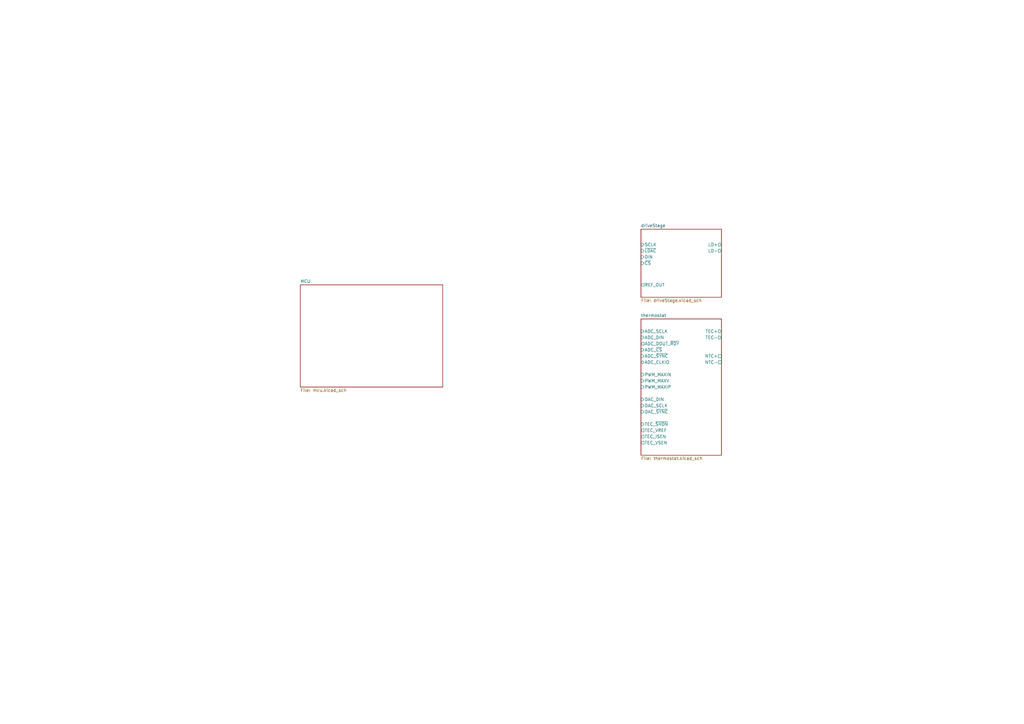
<source format=kicad_sch>
(kicad_sch (version 20211123) (generator eeschema)
  (paper "A3")
  (lib_symbols)
  (sheet (at 262.89 93.98) (size 33.02 27.94) (stroke (width 0.1524))
    (property "Sheet name" "driveStage" (at 262.89 93.2684 0) (effects (justify left bottom)))
    (property "Sheet file" "driveStage.kicad_sch" (at 262.89 122.5046 0) (effects (justify left top)))
    (pin "LD-" output (at 295.91 102.87 0))
    (pin "LD+" output (at 295.91 100.33 0))
    (pin "REF_OUT" output (at 262.89 116.84 180))
    (pin "SCLK" input (at 262.89 100.33 180))
    (pin "DIN" input (at 262.89 105.41 180))
    (pin "~{LDAC}" input (at 262.89 102.87 180))
    (pin "~{CS}" input (at 262.89 107.95 180))
  )
  (sheet (at 262.89 130.81) (size 33.02 55.88) (stroke (width 0.1524))
    (property "Sheet name" "thermostat" (at 262.89 130.0984 0) (effects (justify left bottom)))
    (property "Sheet file" "thermostat.kicad_sch" (at 262.89 187.2746 0) (effects (justify left top)))
    (pin "TEC-" output (at 295.91 138.43 0))
    (pin "TEC+" output (at 295.91 135.89 0))
    (pin "NTC-" passive (at 295.91 148.59 0))
    (pin "NTC+" passive (at 295.91 146.05 0))
    (pin "DAC_~{SYNC}" input (at 262.89 168.91 180))
    (pin "DAC_SCLK" input (at 262.89 166.37 180))
    (pin "DAC_DIN" input (at 262.89 163.83 180))
    (pin "PWM_MAXV" input (at 262.89 156.21 180))
    (pin "ADC_SCLK" input (at 262.89 135.89 180))
    (pin "ADC_DIN" input (at 262.89 138.43 180))
    (pin "ADC_DOUT_~{RDY}" output (at 262.89 140.97 180))
    (pin "ADC_~{CS}" input (at 262.89 143.51 180))
    (pin "ADC_~{SYNC}" input (at 262.89 146.05 180))
    (pin "ADC_CLKIO" bidirectional (at 262.89 148.59 180))
    (pin "PWM_MAXIN" input (at 262.89 153.67 180))
    (pin "PWM_MAXIP" input (at 262.89 158.75 180))
    (pin "TEC_~{SHDN}" input (at 262.89 173.99 180))
    (pin "TEC_ISEN" output (at 262.89 179.07 180))
    (pin "TEC_VREF" output (at 262.89 176.53 180))
    (pin "TEC_VSEN" output (at 262.89 181.61 180))
  )
  (sheet (at 123.19 116.84) (size 58.42 41.91) (stroke (width 0.1524))
    (property "Sheet name" "MCU" (at 123.19 116.1284 0) (effects (justify left bottom)))
    (property "Sheet file" "mcu.kicad_sch" (at 123.19 159.3346 0) (effects (justify left top)))
  )
)
</source>
